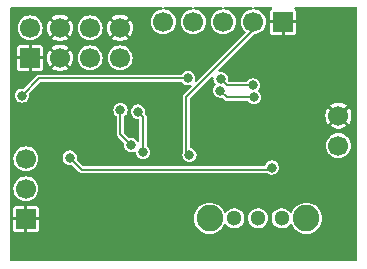
<source format=gbr>
%TF.GenerationSoftware,KiCad,Pcbnew,7.0.5*%
%TF.CreationDate,2024-01-14T18:06:27+01:00*%
%TF.ProjectId,rc_hotwheels,72635f68-6f74-4776-9865-656c732e6b69,rev?*%
%TF.SameCoordinates,Original*%
%TF.FileFunction,Copper,L2,Bot*%
%TF.FilePolarity,Positive*%
%FSLAX46Y46*%
G04 Gerber Fmt 4.6, Leading zero omitted, Abs format (unit mm)*
G04 Created by KiCad (PCBNEW 7.0.5) date 2024-01-14 18:06:27*
%MOMM*%
%LPD*%
G01*
G04 APERTURE LIST*
%TA.AperFunction,ComponentPad*%
%ADD10R,1.700000X1.700000*%
%TD*%
%TA.AperFunction,ComponentPad*%
%ADD11C,1.700000*%
%TD*%
%TA.AperFunction,ComponentPad*%
%ADD12C,1.300000*%
%TD*%
%TA.AperFunction,ComponentPad*%
%ADD13C,2.250000*%
%TD*%
%TA.AperFunction,ViaPad*%
%ADD14C,0.800000*%
%TD*%
%TA.AperFunction,Conductor*%
%ADD15C,0.200000*%
%TD*%
G04 APERTURE END LIST*
D10*
%TO.P,ST,1*%
%TO.N,GND*%
X81584800Y-35229800D03*
D11*
%TO.P,ST,2*%
%TO.N,RST*%
X79044800Y-35229800D03*
%TO.P,ST,3*%
%TO.N,VR_OUT*%
X76504800Y-35229800D03*
%TO.P,ST,4*%
%TO.N,SYS_SWCLK*%
X73964800Y-35229800D03*
%TO.P,ST,5*%
%TO.N,SYS_SWDIO*%
X71424800Y-35229800D03*
%TD*%
%TO.P,SM1,1,PWM*%
%TO.N,PWM*%
X59791600Y-46837600D03*
%TO.P,SM1,2,+*%
%TO.N,VCC*%
X59791600Y-49377600D03*
D10*
%TO.P,SM1,3,-*%
%TO.N,GND*%
X59791600Y-51917600D03*
%TD*%
D11*
%TO.P,BT1,1,+*%
%TO.N,Net-(BT1-+)*%
X86251605Y-45720000D03*
%TO.P,BT1,2,-*%
%TO.N,GND*%
X86251605Y-43180000D03*
%TD*%
D10*
%TO.P,U3,1,GND*%
%TO.N,GND*%
X60143920Y-38287797D03*
D11*
%TO.P,U3,2,VCC*%
%TO.N,VR_OUT*%
X60143920Y-35747797D03*
%TO.P,U3,3,CE*%
%TO.N,GND*%
X62683920Y-38287797D03*
%TO.P,U3,4,~{CSN}*%
X62683920Y-35747797D03*
%TO.P,U3,5,SCK*%
%TO.N,SCK*%
X65223920Y-38287797D03*
%TO.P,U3,6,MOSI*%
%TO.N,MOSI*%
X65223920Y-35747797D03*
%TO.P,U3,7,MISO*%
%TO.N,MISO*%
X67763920Y-38287797D03*
%TO.P,U3,8,IRQ*%
%TO.N,GND*%
X67763920Y-35747797D03*
%TD*%
D12*
%TO.P,S1,1,1*%
%TO.N,VCC*%
X77443517Y-51874862D03*
%TO.P,S1,2,2*%
%TO.N,Net-(BT1-+)*%
X79443517Y-51874862D03*
%TO.P,S1,3,3*%
%TO.N,Net-(S3-BATT+)*%
X81443517Y-51874862D03*
D13*
%TO.P,S1,4*%
%TO.N,N/C*%
X75343517Y-51874862D03*
%TO.P,S1,5*%
X83543517Y-51874862D03*
%TD*%
D14*
%TO.N,PWM*%
X59461400Y-41478200D03*
X73520265Y-40021520D03*
%TO.N,SYS_SWDIO*%
X68720000Y-45690000D03*
X67800000Y-42700000D03*
%TO.N,SYS_SWCLK*%
X69710000Y-46280000D03*
X69260500Y-42840000D03*
%TO.N,Motor Forward*%
X76276200Y-40055800D03*
X78992640Y-40620812D03*
%TO.N,Motor Reverse*%
X76247654Y-41054895D03*
X79108428Y-41613585D03*
%TO.N,Motor Speed*%
X63500000Y-46736000D03*
X80619600Y-47574200D03*
%TO.N,GND*%
X75742800Y-42367200D03*
X72775806Y-49682142D03*
X83489800Y-46165100D03*
X86110000Y-48000000D03*
X63087710Y-49610485D03*
%TO.N,RST*%
X73638567Y-46525827D03*
%TD*%
D15*
%TO.N,PWM*%
X59461400Y-41478200D02*
X60918080Y-40021520D01*
X60918080Y-40021520D02*
X73520265Y-40021520D01*
%TO.N,SYS_SWDIO*%
X67800000Y-44770000D02*
X68720000Y-45690000D01*
X67800000Y-42700000D02*
X67800000Y-44770000D01*
%TO.N,SYS_SWCLK*%
X69710000Y-43289500D02*
X69710000Y-46280000D01*
X69260500Y-42840000D02*
X69710000Y-43289500D01*
%TO.N,Motor Forward*%
X76841212Y-40620812D02*
X78992640Y-40620812D01*
X76276200Y-40055800D02*
X76841212Y-40620812D01*
%TO.N,Motor Reverse*%
X76806344Y-41613585D02*
X79108428Y-41613585D01*
X76247654Y-41054895D02*
X76806344Y-41613585D01*
%TO.N,Motor Speed*%
X64516000Y-47752000D02*
X63500000Y-46736000D01*
X80619600Y-47574200D02*
X80441800Y-47752000D01*
X80441800Y-47752000D02*
X64516000Y-47752000D01*
%TO.N,RST*%
X79044800Y-35229800D02*
X79044800Y-35941000D01*
X73380600Y-46267860D02*
X73638567Y-46525827D01*
X79044800Y-35941000D02*
X73380600Y-41605200D01*
X73380600Y-41605200D02*
X73380600Y-46267860D01*
%TD*%
%TA.AperFunction,Conductor*%
%TO.N,GND*%
G36*
X71338185Y-34008907D02*
G01*
X71374149Y-34058407D01*
X71374149Y-34119593D01*
X71338185Y-34169093D01*
X71289698Y-34187523D01*
X71218870Y-34194498D01*
X71218865Y-34194499D01*
X71020845Y-34254568D01*
X70838347Y-34352116D01*
X70678395Y-34483385D01*
X70678385Y-34483395D01*
X70547116Y-34643347D01*
X70449568Y-34825845D01*
X70389499Y-35023865D01*
X70389498Y-35023870D01*
X70369217Y-35229796D01*
X70369217Y-35229803D01*
X70389498Y-35435729D01*
X70389499Y-35435734D01*
X70449568Y-35633754D01*
X70547116Y-35816252D01*
X70657525Y-35950786D01*
X70678390Y-35976210D01*
X70678395Y-35976214D01*
X70838347Y-36107483D01*
X70838348Y-36107483D01*
X70838350Y-36107485D01*
X71020846Y-36205032D01*
X71158796Y-36246878D01*
X71218865Y-36265100D01*
X71218870Y-36265101D01*
X71424797Y-36285383D01*
X71424800Y-36285383D01*
X71424803Y-36285383D01*
X71630729Y-36265101D01*
X71630734Y-36265100D01*
X71647411Y-36260041D01*
X71828754Y-36205032D01*
X72011250Y-36107485D01*
X72171210Y-35976210D01*
X72302485Y-35816250D01*
X72400032Y-35633754D01*
X72460100Y-35435734D01*
X72460101Y-35435729D01*
X72480383Y-35229803D01*
X72480383Y-35229796D01*
X72460101Y-35023870D01*
X72460100Y-35023865D01*
X72413460Y-34870113D01*
X72400032Y-34825846D01*
X72302485Y-34643350D01*
X72171210Y-34483390D01*
X72171204Y-34483385D01*
X72011252Y-34352116D01*
X71828754Y-34254568D01*
X71630734Y-34194499D01*
X71630729Y-34194498D01*
X71559902Y-34187523D01*
X71503845Y-34163003D01*
X71472906Y-34110217D01*
X71478903Y-34049326D01*
X71519546Y-34003589D01*
X71569606Y-33990000D01*
X73819994Y-33990000D01*
X73878185Y-34008907D01*
X73914149Y-34058407D01*
X73914149Y-34119593D01*
X73878185Y-34169093D01*
X73829698Y-34187523D01*
X73758870Y-34194498D01*
X73758865Y-34194499D01*
X73560845Y-34254568D01*
X73378347Y-34352116D01*
X73218395Y-34483385D01*
X73218385Y-34483395D01*
X73087116Y-34643347D01*
X72989568Y-34825845D01*
X72929499Y-35023865D01*
X72929498Y-35023870D01*
X72909217Y-35229796D01*
X72909217Y-35229803D01*
X72929498Y-35435729D01*
X72929499Y-35435734D01*
X72989568Y-35633754D01*
X73087116Y-35816252D01*
X73197525Y-35950786D01*
X73218390Y-35976210D01*
X73218395Y-35976214D01*
X73378347Y-36107483D01*
X73378348Y-36107483D01*
X73378350Y-36107485D01*
X73560846Y-36205032D01*
X73698796Y-36246878D01*
X73758865Y-36265100D01*
X73758870Y-36265101D01*
X73964797Y-36285383D01*
X73964800Y-36285383D01*
X73964803Y-36285383D01*
X74170729Y-36265101D01*
X74170734Y-36265100D01*
X74187411Y-36260041D01*
X74368754Y-36205032D01*
X74551250Y-36107485D01*
X74711210Y-35976210D01*
X74842485Y-35816250D01*
X74940032Y-35633754D01*
X75000100Y-35435734D01*
X75000101Y-35435729D01*
X75020383Y-35229803D01*
X75020383Y-35229796D01*
X75000101Y-35023870D01*
X75000100Y-35023865D01*
X74953460Y-34870113D01*
X74940032Y-34825846D01*
X74842485Y-34643350D01*
X74711210Y-34483390D01*
X74711204Y-34483385D01*
X74551252Y-34352116D01*
X74368754Y-34254568D01*
X74170734Y-34194499D01*
X74170729Y-34194498D01*
X74099902Y-34187523D01*
X74043845Y-34163003D01*
X74012906Y-34110217D01*
X74018903Y-34049326D01*
X74059546Y-34003589D01*
X74109606Y-33990000D01*
X76359994Y-33990000D01*
X76418185Y-34008907D01*
X76454149Y-34058407D01*
X76454149Y-34119593D01*
X76418185Y-34169093D01*
X76369698Y-34187523D01*
X76298870Y-34194498D01*
X76298865Y-34194499D01*
X76100845Y-34254568D01*
X75918347Y-34352116D01*
X75758395Y-34483385D01*
X75758385Y-34483395D01*
X75627116Y-34643347D01*
X75529568Y-34825845D01*
X75469499Y-35023865D01*
X75469498Y-35023870D01*
X75449217Y-35229796D01*
X75449217Y-35229803D01*
X75469498Y-35435729D01*
X75469499Y-35435734D01*
X75529568Y-35633754D01*
X75627116Y-35816252D01*
X75737525Y-35950786D01*
X75758390Y-35976210D01*
X75758395Y-35976214D01*
X75918347Y-36107483D01*
X75918348Y-36107483D01*
X75918350Y-36107485D01*
X76100846Y-36205032D01*
X76238796Y-36246878D01*
X76298865Y-36265100D01*
X76298870Y-36265101D01*
X76504797Y-36285383D01*
X76504800Y-36285383D01*
X76504803Y-36285383D01*
X76710729Y-36265101D01*
X76710734Y-36265100D01*
X76727411Y-36260041D01*
X76908754Y-36205032D01*
X77091250Y-36107485D01*
X77251210Y-35976210D01*
X77382485Y-35816250D01*
X77480032Y-35633754D01*
X77540100Y-35435734D01*
X77540101Y-35435729D01*
X77560383Y-35229803D01*
X77560383Y-35229796D01*
X77540101Y-35023870D01*
X77540100Y-35023865D01*
X77493460Y-34870113D01*
X77480032Y-34825846D01*
X77382485Y-34643350D01*
X77251210Y-34483390D01*
X77251204Y-34483385D01*
X77091252Y-34352116D01*
X76908754Y-34254568D01*
X76710734Y-34194499D01*
X76710729Y-34194498D01*
X76639902Y-34187523D01*
X76583845Y-34163003D01*
X76552906Y-34110217D01*
X76558903Y-34049326D01*
X76599546Y-34003589D01*
X76649606Y-33990000D01*
X78899994Y-33990000D01*
X78958185Y-34008907D01*
X78994149Y-34058407D01*
X78994149Y-34119593D01*
X78958185Y-34169093D01*
X78909698Y-34187523D01*
X78838870Y-34194498D01*
X78838865Y-34194499D01*
X78640845Y-34254568D01*
X78458347Y-34352116D01*
X78298395Y-34483385D01*
X78298385Y-34483395D01*
X78167116Y-34643347D01*
X78069568Y-34825845D01*
X78009499Y-35023865D01*
X78009498Y-35023870D01*
X77989217Y-35229796D01*
X77989217Y-35229803D01*
X78009498Y-35435729D01*
X78009499Y-35435734D01*
X78069568Y-35633754D01*
X78167116Y-35816252D01*
X78298392Y-35976212D01*
X78371162Y-36035933D01*
X78404149Y-36087464D01*
X78400547Y-36148543D01*
X78378361Y-36182465D01*
X74261205Y-40299622D01*
X74206688Y-40327399D01*
X74146256Y-40317828D01*
X74102991Y-40274563D01*
X74093420Y-40214131D01*
X74099736Y-40191734D01*
X74105309Y-40178282D01*
X74125947Y-40021520D01*
X74105309Y-39864758D01*
X74046978Y-39723934D01*
X74044802Y-39718681D01*
X74044802Y-39718680D01*
X73948551Y-39593243D01*
X73948550Y-39593242D01*
X73948547Y-39593238D01*
X73948542Y-39593234D01*
X73948541Y-39593233D01*
X73823103Y-39496982D01*
X73677031Y-39436477D01*
X73677023Y-39436475D01*
X73520266Y-39415838D01*
X73520264Y-39415838D01*
X73363506Y-39436475D01*
X73363498Y-39436477D01*
X73217426Y-39496982D01*
X73217425Y-39496982D01*
X73091988Y-39593233D01*
X73091978Y-39593243D01*
X73023653Y-39682287D01*
X72973228Y-39716943D01*
X72945111Y-39721020D01*
X60983245Y-39721020D01*
X60969569Y-39718787D01*
X60969398Y-39720014D01*
X60960314Y-39718746D01*
X60919967Y-39720612D01*
X60912287Y-39720967D01*
X60910011Y-39721020D01*
X60890233Y-39721020D01*
X60886738Y-39721673D01*
X60879925Y-39722463D01*
X60848091Y-39723934D01*
X60848087Y-39723935D01*
X60839093Y-39727906D01*
X60817308Y-39734652D01*
X60807651Y-39736457D01*
X60807645Y-39736460D01*
X60780545Y-39753238D01*
X60774476Y-39756437D01*
X60745318Y-39769312D01*
X60745311Y-39769316D01*
X60738366Y-39776262D01*
X60720486Y-39790425D01*
X60712128Y-39795600D01*
X60692919Y-39821035D01*
X60688415Y-39826212D01*
X59655608Y-40859019D01*
X59601091Y-40886796D01*
X59572682Y-40887168D01*
X59461401Y-40872518D01*
X59461399Y-40872518D01*
X59304641Y-40893155D01*
X59304633Y-40893157D01*
X59158561Y-40953662D01*
X59158560Y-40953662D01*
X59033123Y-41049913D01*
X59033113Y-41049923D01*
X58936862Y-41175360D01*
X58936862Y-41175361D01*
X58876357Y-41321433D01*
X58876355Y-41321441D01*
X58855718Y-41478199D01*
X58855718Y-41478200D01*
X58876355Y-41634958D01*
X58876357Y-41634966D01*
X58936862Y-41781038D01*
X58936862Y-41781039D01*
X59033113Y-41906476D01*
X59033118Y-41906482D01*
X59158559Y-42002736D01*
X59304638Y-42063244D01*
X59422209Y-42078722D01*
X59461399Y-42083882D01*
X59461400Y-42083882D01*
X59461401Y-42083882D01*
X59492752Y-42079754D01*
X59618162Y-42063244D01*
X59764241Y-42002736D01*
X59889682Y-41906482D01*
X59985936Y-41781041D01*
X60046444Y-41634962D01*
X60067082Y-41478200D01*
X60052431Y-41366914D01*
X60063581Y-41306754D01*
X60080581Y-41283989D01*
X61013557Y-40351016D01*
X61068073Y-40323239D01*
X61083560Y-40322020D01*
X72945111Y-40322020D01*
X73003302Y-40340927D01*
X73023653Y-40360753D01*
X73091983Y-40449802D01*
X73217424Y-40546056D01*
X73363503Y-40606564D01*
X73471728Y-40620812D01*
X73520264Y-40627202D01*
X73520265Y-40627202D01*
X73520266Y-40627202D01*
X73568802Y-40620812D01*
X73677027Y-40606564D01*
X73690476Y-40600992D01*
X73751471Y-40596191D01*
X73803641Y-40628159D01*
X73827058Y-40684686D01*
X73812776Y-40744181D01*
X73798367Y-40762460D01*
X73214190Y-41346637D01*
X73202961Y-41354750D01*
X73203690Y-41355715D01*
X73196371Y-41361241D01*
X73163972Y-41396780D01*
X73162396Y-41398431D01*
X73148430Y-41412398D01*
X73148417Y-41412413D01*
X73146413Y-41415338D01*
X73142161Y-41420704D01*
X73120684Y-41444265D01*
X73120683Y-41444267D01*
X73117129Y-41453440D01*
X73106496Y-41473612D01*
X73100946Y-41481715D01*
X73100942Y-41481724D01*
X73093645Y-41512745D01*
X73091616Y-41519298D01*
X73080100Y-41549024D01*
X73080100Y-41558851D01*
X73077470Y-41581518D01*
X73075221Y-41591079D01*
X73079625Y-41622652D01*
X73080100Y-41629498D01*
X73080100Y-46202695D01*
X73077880Y-46216373D01*
X73079094Y-46216543D01*
X73077826Y-46225626D01*
X73080047Y-46273643D01*
X73080100Y-46275929D01*
X73080100Y-46285209D01*
X73072565Y-46323093D01*
X73053522Y-46369067D01*
X73032885Y-46525826D01*
X73032885Y-46525827D01*
X73053522Y-46682585D01*
X73053524Y-46682593D01*
X73114029Y-46828665D01*
X73114029Y-46828666D01*
X73163215Y-46892766D01*
X73210285Y-46954109D01*
X73335726Y-47050363D01*
X73481805Y-47110871D01*
X73599376Y-47126349D01*
X73638566Y-47131509D01*
X73638567Y-47131509D01*
X73638568Y-47131509D01*
X73669919Y-47127381D01*
X73795329Y-47110871D01*
X73941408Y-47050363D01*
X74066849Y-46954109D01*
X74163103Y-46828668D01*
X74223611Y-46682589D01*
X74244249Y-46525827D01*
X74223611Y-46369065D01*
X74163104Y-46222988D01*
X74163104Y-46222987D01*
X74066853Y-46097550D01*
X74066852Y-46097549D01*
X74066849Y-46097545D01*
X74066844Y-46097541D01*
X74066843Y-46097540D01*
X73941405Y-46001289D01*
X73795329Y-45940783D01*
X73795330Y-45940783D01*
X73767176Y-45937076D01*
X73711951Y-45910734D01*
X73682757Y-45856962D01*
X73681100Y-45838923D01*
X73681100Y-45720003D01*
X85196022Y-45720003D01*
X85216303Y-45925929D01*
X85216304Y-45925934D01*
X85276373Y-46123954D01*
X85373921Y-46306452D01*
X85480867Y-46436766D01*
X85505195Y-46466410D01*
X85505200Y-46466414D01*
X85665152Y-46597683D01*
X85665153Y-46597683D01*
X85665155Y-46597685D01*
X85847651Y-46695232D01*
X85982043Y-46735999D01*
X86045670Y-46755300D01*
X86045675Y-46755301D01*
X86251602Y-46775583D01*
X86251605Y-46775583D01*
X86251608Y-46775583D01*
X86457534Y-46755301D01*
X86457539Y-46755300D01*
X86457539Y-46755299D01*
X86655559Y-46695232D01*
X86838055Y-46597685D01*
X86998015Y-46466410D01*
X87129290Y-46306450D01*
X87226837Y-46123954D01*
X87286905Y-45925934D01*
X87286906Y-45925929D01*
X87307188Y-45720003D01*
X87307188Y-45719996D01*
X87286906Y-45514070D01*
X87286905Y-45514065D01*
X87253716Y-45404655D01*
X87226837Y-45316046D01*
X87129290Y-45133550D01*
X87105824Y-45104957D01*
X86998019Y-44973595D01*
X86998015Y-44973590D01*
X86978815Y-44957833D01*
X86838057Y-44842316D01*
X86655559Y-44744768D01*
X86457539Y-44684699D01*
X86457534Y-44684698D01*
X86251608Y-44664417D01*
X86251602Y-44664417D01*
X86045675Y-44684698D01*
X86045670Y-44684699D01*
X85847650Y-44744768D01*
X85665152Y-44842316D01*
X85505200Y-44973585D01*
X85505190Y-44973595D01*
X85373921Y-45133547D01*
X85276373Y-45316045D01*
X85216304Y-45514065D01*
X85216303Y-45514070D01*
X85196022Y-45719996D01*
X85196022Y-45720003D01*
X73681100Y-45720003D01*
X73681100Y-43179999D01*
X85146892Y-43179999D01*
X85165702Y-43382989D01*
X85221492Y-43579070D01*
X85312355Y-43761548D01*
X85312360Y-43761557D01*
X85390197Y-43864628D01*
X85820620Y-43434204D01*
X85869844Y-43510798D01*
X85978505Y-43604952D01*
X85995615Y-43612765D01*
X85565431Y-44042950D01*
X85585870Y-44061582D01*
X85759186Y-44168895D01*
X85759191Y-44168898D01*
X85949288Y-44242541D01*
X86149675Y-44280000D01*
X86353535Y-44280000D01*
X86553921Y-44242541D01*
X86744018Y-44168898D01*
X86744023Y-44168895D01*
X86917336Y-44061584D01*
X86917341Y-44061580D01*
X86937777Y-44042950D01*
X86507593Y-43612766D01*
X86524705Y-43604952D01*
X86633366Y-43510798D01*
X86682588Y-43434205D01*
X87113013Y-43864630D01*
X87190843Y-43761567D01*
X87190852Y-43761552D01*
X87281717Y-43579070D01*
X87337507Y-43382989D01*
X87356317Y-43179999D01*
X87337507Y-42977010D01*
X87281717Y-42780929D01*
X87190854Y-42598451D01*
X87190849Y-42598442D01*
X87113012Y-42495370D01*
X86682588Y-42925793D01*
X86633366Y-42849202D01*
X86524705Y-42755048D01*
X86507592Y-42747232D01*
X86937777Y-42317048D01*
X86917342Y-42298419D01*
X86917341Y-42298418D01*
X86744023Y-42191104D01*
X86744018Y-42191101D01*
X86553921Y-42117458D01*
X86353535Y-42080000D01*
X86149675Y-42080000D01*
X85949288Y-42117458D01*
X85759191Y-42191101D01*
X85759186Y-42191104D01*
X85585870Y-42298417D01*
X85585865Y-42298421D01*
X85565431Y-42317048D01*
X85995616Y-42747233D01*
X85978505Y-42755048D01*
X85869844Y-42849202D01*
X85820621Y-42925794D01*
X85390197Y-42495370D01*
X85312360Y-42598442D01*
X85312355Y-42598451D01*
X85221492Y-42780929D01*
X85165702Y-42977010D01*
X85146892Y-43179999D01*
X73681100Y-43179999D01*
X73681100Y-41770678D01*
X73700007Y-41712487D01*
X73710090Y-41700680D01*
X75512135Y-39898635D01*
X75566651Y-39870859D01*
X75627083Y-39880430D01*
X75670348Y-39923695D01*
X75680291Y-39981561D01*
X75670518Y-40055798D01*
X75670518Y-40055800D01*
X75691155Y-40212558D01*
X75691157Y-40212566D01*
X75751662Y-40358638D01*
X75751662Y-40358639D01*
X75845908Y-40481464D01*
X75866332Y-40539140D01*
X75848954Y-40597806D01*
X75827637Y-40620270D01*
X75819378Y-40626607D01*
X75819367Y-40626618D01*
X75723116Y-40752055D01*
X75723116Y-40752056D01*
X75662611Y-40898128D01*
X75662609Y-40898136D01*
X75641972Y-41054894D01*
X75641972Y-41054895D01*
X75662609Y-41211653D01*
X75662611Y-41211661D01*
X75723116Y-41357733D01*
X75723116Y-41357734D01*
X75815552Y-41478199D01*
X75819372Y-41483177D01*
X75944813Y-41579431D01*
X75944814Y-41579431D01*
X75944815Y-41579432D01*
X76065685Y-41629498D01*
X76090892Y-41639939D01*
X76208463Y-41655417D01*
X76247653Y-41660577D01*
X76247654Y-41660577D01*
X76358938Y-41645926D01*
X76419097Y-41657076D01*
X76441863Y-41674075D01*
X76547780Y-41779992D01*
X76555881Y-41791232D01*
X76556860Y-41790494D01*
X76562388Y-41797815D01*
X76597913Y-41830201D01*
X76599567Y-41831780D01*
X76613545Y-41845757D01*
X76613547Y-41845759D01*
X76616472Y-41847763D01*
X76621849Y-41852022D01*
X76645408Y-41873499D01*
X76645409Y-41873499D01*
X76645411Y-41873501D01*
X76654569Y-41877048D01*
X76674756Y-41887688D01*
X76682863Y-41893242D01*
X76713896Y-41900540D01*
X76720439Y-41902567D01*
X76750171Y-41914085D01*
X76759996Y-41914085D01*
X76782660Y-41916714D01*
X76792225Y-41918964D01*
X76816838Y-41915530D01*
X76823797Y-41914560D01*
X76830643Y-41914085D01*
X78533274Y-41914085D01*
X78591465Y-41932992D01*
X78611816Y-41952818D01*
X78680141Y-42041861D01*
X78680146Y-42041867D01*
X78805587Y-42138121D01*
X78951666Y-42198629D01*
X79069237Y-42214107D01*
X79108427Y-42219267D01*
X79108428Y-42219267D01*
X79108429Y-42219267D01*
X79139780Y-42215139D01*
X79265190Y-42198629D01*
X79411269Y-42138121D01*
X79536710Y-42041867D01*
X79632964Y-41916426D01*
X79693472Y-41770347D01*
X79714110Y-41613585D01*
X79693472Y-41456823D01*
X79651192Y-41354750D01*
X79632965Y-41310746D01*
X79632965Y-41310745D01*
X79536714Y-41185308D01*
X79536713Y-41185307D01*
X79536710Y-41185303D01*
X79536705Y-41185299D01*
X79536704Y-41185298D01*
X79476590Y-41139171D01*
X79441934Y-41088746D01*
X79443536Y-41027582D01*
X79458315Y-41000362D01*
X79517176Y-40923653D01*
X79577684Y-40777574D01*
X79598322Y-40620812D01*
X79577684Y-40464050D01*
X79517177Y-40317973D01*
X79517177Y-40317972D01*
X79420926Y-40192535D01*
X79420925Y-40192534D01*
X79420922Y-40192530D01*
X79420917Y-40192526D01*
X79420916Y-40192525D01*
X79295478Y-40096274D01*
X79149406Y-40035769D01*
X79149398Y-40035767D01*
X78992641Y-40015130D01*
X78992639Y-40015130D01*
X78835881Y-40035767D01*
X78835873Y-40035769D01*
X78689801Y-40096274D01*
X78689800Y-40096274D01*
X78564363Y-40192525D01*
X78564353Y-40192535D01*
X78496028Y-40281579D01*
X78445603Y-40316235D01*
X78417486Y-40320312D01*
X77006691Y-40320312D01*
X76948500Y-40301405D01*
X76936687Y-40291316D01*
X76895380Y-40250009D01*
X76867603Y-40195492D01*
X76867231Y-40167083D01*
X76876554Y-40096274D01*
X76881882Y-40055800D01*
X76861244Y-39899038D01*
X76861242Y-39899033D01*
X76800737Y-39752961D01*
X76800737Y-39752960D01*
X76704486Y-39627523D01*
X76704485Y-39627522D01*
X76704482Y-39627518D01*
X76704477Y-39627514D01*
X76704476Y-39627513D01*
X76579038Y-39531262D01*
X76432966Y-39470757D01*
X76432958Y-39470755D01*
X76276201Y-39450118D01*
X76276198Y-39450118D01*
X76201960Y-39459891D01*
X76141800Y-39448741D01*
X76099683Y-39404358D01*
X76091697Y-39343696D01*
X76119033Y-39291737D01*
X79109146Y-36301623D01*
X79163661Y-36273848D01*
X79169446Y-36273106D01*
X79250727Y-36265101D01*
X79250734Y-36265100D01*
X79267411Y-36260041D01*
X79448754Y-36205032D01*
X79631250Y-36107485D01*
X79791210Y-35976210D01*
X79922485Y-35816250D01*
X80020032Y-35633754D01*
X80080100Y-35435734D01*
X80080101Y-35435729D01*
X80100383Y-35229803D01*
X80100383Y-35229796D01*
X80080101Y-35023870D01*
X80080100Y-35023865D01*
X80033460Y-34870113D01*
X80020032Y-34825846D01*
X79922485Y-34643350D01*
X79791210Y-34483390D01*
X79791204Y-34483385D01*
X79631252Y-34352116D01*
X79448754Y-34254568D01*
X79250734Y-34194499D01*
X79250729Y-34194498D01*
X79179902Y-34187523D01*
X79123845Y-34163003D01*
X79092906Y-34110217D01*
X79098903Y-34049326D01*
X79139546Y-34003589D01*
X79189606Y-33990000D01*
X80541829Y-33990000D01*
X80600020Y-34008907D01*
X80635984Y-34058407D01*
X80635984Y-34119593D01*
X80600020Y-34169093D01*
X80596831Y-34171315D01*
X80554563Y-34199557D01*
X80554558Y-34199562D01*
X80499307Y-34282251D01*
X80499306Y-34282253D01*
X80484800Y-34355175D01*
X80484800Y-35104799D01*
X80484801Y-35104800D01*
X81100395Y-35104800D01*
X81084800Y-35157911D01*
X81084800Y-35301689D01*
X81100395Y-35354800D01*
X80484801Y-35354800D01*
X80484800Y-35354801D01*
X80484800Y-36104424D01*
X80499306Y-36177346D01*
X80499307Y-36177348D01*
X80554558Y-36260037D01*
X80554562Y-36260041D01*
X80637251Y-36315292D01*
X80637253Y-36315293D01*
X80710175Y-36329799D01*
X80710177Y-36329800D01*
X81459799Y-36329800D01*
X81459800Y-36329799D01*
X81459800Y-35716969D01*
X81549037Y-35729800D01*
X81620563Y-35729800D01*
X81709800Y-35716969D01*
X81709800Y-36329799D01*
X81709801Y-36329800D01*
X82459423Y-36329800D01*
X82459424Y-36329799D01*
X82532346Y-36315293D01*
X82532348Y-36315292D01*
X82615037Y-36260041D01*
X82615041Y-36260037D01*
X82670292Y-36177348D01*
X82670293Y-36177346D01*
X82684799Y-36104424D01*
X82684800Y-36104422D01*
X82684800Y-35354801D01*
X82684799Y-35354800D01*
X82069205Y-35354800D01*
X82084800Y-35301689D01*
X82084800Y-35157911D01*
X82069205Y-35104800D01*
X82684799Y-35104800D01*
X82684800Y-35104799D01*
X82684800Y-34355177D01*
X82684799Y-34355175D01*
X82670293Y-34282253D01*
X82670292Y-34282251D01*
X82615041Y-34199562D01*
X82615036Y-34199557D01*
X82572769Y-34171315D01*
X82534890Y-34123265D01*
X82532488Y-34062127D01*
X82566481Y-34011253D01*
X82623885Y-33990076D01*
X82627771Y-33990000D01*
X87741000Y-33990000D01*
X87799191Y-34008907D01*
X87835155Y-34058407D01*
X87840000Y-34089000D01*
X87840000Y-55421000D01*
X87821093Y-55479191D01*
X87771593Y-55515155D01*
X87741000Y-55520000D01*
X58539000Y-55520000D01*
X58480809Y-55501093D01*
X58444845Y-55451593D01*
X58440000Y-55421000D01*
X58440000Y-52792224D01*
X58691600Y-52792224D01*
X58706106Y-52865146D01*
X58706107Y-52865148D01*
X58761358Y-52947837D01*
X58761362Y-52947841D01*
X58844051Y-53003092D01*
X58844053Y-53003093D01*
X58916975Y-53017599D01*
X58916977Y-53017600D01*
X59666599Y-53017600D01*
X59666599Y-52404769D01*
X59755837Y-52417600D01*
X59827363Y-52417600D01*
X59916600Y-52404769D01*
X59916600Y-53017599D01*
X59916601Y-53017600D01*
X60666223Y-53017600D01*
X60666224Y-53017599D01*
X60739146Y-53003093D01*
X60739148Y-53003092D01*
X60821837Y-52947841D01*
X60821841Y-52947837D01*
X60877092Y-52865148D01*
X60877093Y-52865146D01*
X60891599Y-52792224D01*
X60891600Y-52792222D01*
X60891600Y-52042601D01*
X60891599Y-52042600D01*
X60276005Y-52042600D01*
X60291600Y-51989489D01*
X60291600Y-51874865D01*
X74012954Y-51874865D01*
X74033166Y-52105904D01*
X74033167Y-52105911D01*
X74033168Y-52105912D01*
X74093197Y-52329941D01*
X74134073Y-52417600D01*
X74191215Y-52540142D01*
X74320907Y-52725362D01*
X74324247Y-52730131D01*
X74488248Y-52894132D01*
X74678235Y-53027163D01*
X74888438Y-53125182D01*
X75112467Y-53185211D01*
X75112471Y-53185211D01*
X75112474Y-53185212D01*
X75343514Y-53205425D01*
X75343517Y-53205425D01*
X75343520Y-53205425D01*
X75574559Y-53185212D01*
X75574560Y-53185211D01*
X75574567Y-53185211D01*
X75798596Y-53125182D01*
X76008799Y-53027163D01*
X76198786Y-52894132D01*
X76362787Y-52730131D01*
X76495818Y-52540144D01*
X76571705Y-52377402D01*
X76613431Y-52332657D01*
X76673492Y-52320982D01*
X76728945Y-52346840D01*
X76747163Y-52369742D01*
X76751658Y-52377527D01*
X76751660Y-52377529D01*
X76871282Y-52510383D01*
X76871288Y-52510389D01*
X77015919Y-52615471D01*
X77015929Y-52615477D01*
X77179243Y-52688188D01*
X77179250Y-52688191D01*
X77354126Y-52725362D01*
X77354129Y-52725362D01*
X77532905Y-52725362D01*
X77532908Y-52725362D01*
X77707784Y-52688191D01*
X77789447Y-52651832D01*
X77871104Y-52615477D01*
X77871106Y-52615475D01*
X77871110Y-52615474D01*
X78015747Y-52510388D01*
X78135376Y-52377527D01*
X78224767Y-52222697D01*
X78280014Y-52052665D01*
X78298702Y-51874862D01*
X78588332Y-51874862D01*
X78605962Y-52042601D01*
X78607021Y-52052670D01*
X78662265Y-52222692D01*
X78662271Y-52222706D01*
X78723528Y-52328804D01*
X78751658Y-52377527D01*
X78751660Y-52377529D01*
X78871282Y-52510383D01*
X78871288Y-52510389D01*
X79015919Y-52615471D01*
X79015929Y-52615477D01*
X79179243Y-52688188D01*
X79179250Y-52688191D01*
X79354126Y-52725362D01*
X79354129Y-52725362D01*
X79532905Y-52725362D01*
X79532908Y-52725362D01*
X79707784Y-52688191D01*
X79789447Y-52651832D01*
X79871104Y-52615477D01*
X79871106Y-52615475D01*
X79871110Y-52615474D01*
X80015747Y-52510388D01*
X80135376Y-52377527D01*
X80224767Y-52222697D01*
X80280014Y-52052665D01*
X80298702Y-51874862D01*
X80588332Y-51874862D01*
X80605962Y-52042601D01*
X80607021Y-52052670D01*
X80662265Y-52222692D01*
X80662271Y-52222706D01*
X80723528Y-52328804D01*
X80751658Y-52377527D01*
X80751660Y-52377529D01*
X80871282Y-52510383D01*
X80871288Y-52510389D01*
X81015919Y-52615471D01*
X81015929Y-52615477D01*
X81179243Y-52688188D01*
X81179250Y-52688191D01*
X81354126Y-52725362D01*
X81354129Y-52725362D01*
X81532905Y-52725362D01*
X81532908Y-52725362D01*
X81707784Y-52688191D01*
X81789447Y-52651832D01*
X81871104Y-52615477D01*
X81871106Y-52615475D01*
X81871110Y-52615474D01*
X82015747Y-52510388D01*
X82135376Y-52377527D01*
X82139868Y-52369745D01*
X82185335Y-52328804D01*
X82246185Y-52322407D01*
X82299174Y-52352998D01*
X82315330Y-52377405D01*
X82391215Y-52540142D01*
X82520907Y-52725362D01*
X82524247Y-52730131D01*
X82688248Y-52894132D01*
X82878235Y-53027163D01*
X83088438Y-53125182D01*
X83312467Y-53185211D01*
X83312471Y-53185211D01*
X83312474Y-53185212D01*
X83543514Y-53205425D01*
X83543517Y-53205425D01*
X83543520Y-53205425D01*
X83774559Y-53185212D01*
X83774560Y-53185211D01*
X83774567Y-53185211D01*
X83998596Y-53125182D01*
X84208799Y-53027163D01*
X84398786Y-52894132D01*
X84562787Y-52730131D01*
X84695818Y-52540144D01*
X84793837Y-52329941D01*
X84853866Y-52105912D01*
X84858525Y-52052665D01*
X84874080Y-51874865D01*
X84874080Y-51874858D01*
X84853867Y-51643819D01*
X84853866Y-51643816D01*
X84853866Y-51643812D01*
X84793837Y-51419783D01*
X84695818Y-51209581D01*
X84562787Y-51019593D01*
X84398786Y-50855592D01*
X84398782Y-50855589D01*
X84398781Y-50855588D01*
X84293382Y-50781787D01*
X84208799Y-50722561D01*
X83998596Y-50624542D01*
X83774567Y-50564513D01*
X83774566Y-50564512D01*
X83774559Y-50564511D01*
X83543520Y-50544299D01*
X83543514Y-50544299D01*
X83312474Y-50564511D01*
X83312466Y-50564513D01*
X83312467Y-50564513D01*
X83088438Y-50624542D01*
X82990419Y-50670248D01*
X82878237Y-50722560D01*
X82688252Y-50855588D01*
X82524243Y-51019597D01*
X82391214Y-51209583D01*
X82391210Y-51209591D01*
X82315329Y-51372318D01*
X82273601Y-51417066D01*
X82213540Y-51428741D01*
X82158087Y-51402883D01*
X82139869Y-51379979D01*
X82139490Y-51379323D01*
X82135376Y-51372197D01*
X82015747Y-51239336D01*
X82015745Y-51239334D01*
X81871114Y-51134252D01*
X81871104Y-51134246D01*
X81707790Y-51061535D01*
X81707785Y-51061533D01*
X81707784Y-51061533D01*
X81707781Y-51061532D01*
X81707780Y-51061532D01*
X81674518Y-51054462D01*
X81532908Y-51024362D01*
X81354126Y-51024362D01*
X81242615Y-51048064D01*
X81179253Y-51061532D01*
X81179247Y-51061534D01*
X81015931Y-51134246D01*
X81015928Y-51134248D01*
X80871282Y-51239339D01*
X80871282Y-51239340D01*
X80751660Y-51372194D01*
X80751656Y-51372200D01*
X80662271Y-51527017D01*
X80662265Y-51527031D01*
X80607021Y-51697053D01*
X80607020Y-51697057D01*
X80607020Y-51697059D01*
X80588332Y-51874862D01*
X80298702Y-51874862D01*
X80280014Y-51697059D01*
X80224767Y-51527027D01*
X80224764Y-51527022D01*
X80224762Y-51527017D01*
X80170434Y-51432920D01*
X80135376Y-51372197D01*
X80015747Y-51239336D01*
X80015745Y-51239334D01*
X79871114Y-51134252D01*
X79871104Y-51134246D01*
X79707790Y-51061535D01*
X79707785Y-51061533D01*
X79707784Y-51061533D01*
X79707781Y-51061532D01*
X79707780Y-51061532D01*
X79674518Y-51054462D01*
X79532908Y-51024362D01*
X79354126Y-51024362D01*
X79242615Y-51048064D01*
X79179253Y-51061532D01*
X79179247Y-51061534D01*
X79015931Y-51134246D01*
X79015928Y-51134248D01*
X78871282Y-51239339D01*
X78871282Y-51239340D01*
X78751660Y-51372194D01*
X78751656Y-51372200D01*
X78662271Y-51527017D01*
X78662265Y-51527031D01*
X78607021Y-51697053D01*
X78607020Y-51697057D01*
X78607020Y-51697059D01*
X78588332Y-51874862D01*
X78298702Y-51874862D01*
X78280014Y-51697059D01*
X78224767Y-51527027D01*
X78224764Y-51527022D01*
X78224762Y-51527017D01*
X78170434Y-51432920D01*
X78135376Y-51372197D01*
X78015747Y-51239336D01*
X78015745Y-51239334D01*
X77871114Y-51134252D01*
X77871104Y-51134246D01*
X77707790Y-51061535D01*
X77707785Y-51061533D01*
X77707784Y-51061533D01*
X77707781Y-51061532D01*
X77707780Y-51061532D01*
X77674518Y-51054462D01*
X77532908Y-51024362D01*
X77354126Y-51024362D01*
X77242615Y-51048064D01*
X77179253Y-51061532D01*
X77179247Y-51061534D01*
X77015931Y-51134246D01*
X77015928Y-51134248D01*
X76871282Y-51239339D01*
X76871282Y-51239340D01*
X76751660Y-51372194D01*
X76751653Y-51372203D01*
X76747161Y-51379984D01*
X76701689Y-51420923D01*
X76640839Y-51427314D01*
X76587853Y-51396718D01*
X76571705Y-51372321D01*
X76495818Y-51209581D01*
X76362787Y-51019593D01*
X76198786Y-50855592D01*
X76198782Y-50855589D01*
X76198781Y-50855588D01*
X76093382Y-50781787D01*
X76008799Y-50722561D01*
X75798596Y-50624542D01*
X75574567Y-50564513D01*
X75574566Y-50564512D01*
X75574559Y-50564511D01*
X75343520Y-50544299D01*
X75343514Y-50544299D01*
X75112474Y-50564511D01*
X75112466Y-50564513D01*
X75112467Y-50564513D01*
X74888438Y-50624542D01*
X74790419Y-50670248D01*
X74678237Y-50722560D01*
X74488252Y-50855588D01*
X74324243Y-51019597D01*
X74191215Y-51209582D01*
X74177339Y-51239340D01*
X74093197Y-51419783D01*
X74064461Y-51527027D01*
X74033166Y-51643819D01*
X74012954Y-51874858D01*
X74012954Y-51874865D01*
X60291600Y-51874865D01*
X60291600Y-51845711D01*
X60276005Y-51792600D01*
X60891599Y-51792600D01*
X60891600Y-51792599D01*
X60891600Y-51042977D01*
X60891599Y-51042975D01*
X60877093Y-50970053D01*
X60877092Y-50970051D01*
X60821841Y-50887362D01*
X60821837Y-50887358D01*
X60739148Y-50832107D01*
X60739146Y-50832106D01*
X60666224Y-50817600D01*
X59916601Y-50817600D01*
X59916600Y-50817601D01*
X59916600Y-51430430D01*
X59827363Y-51417600D01*
X59755837Y-51417600D01*
X59666599Y-51430430D01*
X59666599Y-50817600D01*
X58916975Y-50817600D01*
X58844053Y-50832106D01*
X58844051Y-50832107D01*
X58761362Y-50887358D01*
X58761358Y-50887362D01*
X58706107Y-50970051D01*
X58706106Y-50970053D01*
X58691600Y-51042975D01*
X58691600Y-51792599D01*
X58691601Y-51792600D01*
X59307195Y-51792600D01*
X59291600Y-51845711D01*
X59291600Y-51989489D01*
X59307195Y-52042600D01*
X58691601Y-52042600D01*
X58691600Y-52042601D01*
X58691600Y-52792224D01*
X58440000Y-52792224D01*
X58440000Y-49377603D01*
X58736017Y-49377603D01*
X58756298Y-49583529D01*
X58756299Y-49583534D01*
X58816368Y-49781554D01*
X58913916Y-49964052D01*
X59045185Y-50124004D01*
X59045190Y-50124010D01*
X59045195Y-50124014D01*
X59205147Y-50255283D01*
X59205148Y-50255283D01*
X59205150Y-50255285D01*
X59387646Y-50352832D01*
X59525597Y-50394678D01*
X59585665Y-50412900D01*
X59585670Y-50412901D01*
X59791597Y-50433183D01*
X59791600Y-50433183D01*
X59791603Y-50433183D01*
X59997529Y-50412901D01*
X59997534Y-50412900D01*
X59997533Y-50412899D01*
X60195554Y-50352832D01*
X60378050Y-50255285D01*
X60538010Y-50124010D01*
X60669285Y-49964050D01*
X60766832Y-49781554D01*
X60826900Y-49583534D01*
X60826901Y-49583529D01*
X60847183Y-49377603D01*
X60847183Y-49377596D01*
X60826901Y-49171670D01*
X60826900Y-49171665D01*
X60808678Y-49111596D01*
X60766832Y-48973646D01*
X60669285Y-48791150D01*
X60538010Y-48631190D01*
X60538004Y-48631185D01*
X60378052Y-48499916D01*
X60195554Y-48402368D01*
X59997534Y-48342299D01*
X59997529Y-48342298D01*
X59791603Y-48322017D01*
X59791597Y-48322017D01*
X59585670Y-48342298D01*
X59585665Y-48342299D01*
X59387645Y-48402368D01*
X59205147Y-48499916D01*
X59045195Y-48631185D01*
X59045185Y-48631195D01*
X58913916Y-48791147D01*
X58816368Y-48973645D01*
X58756299Y-49171665D01*
X58756298Y-49171670D01*
X58736017Y-49377596D01*
X58736017Y-49377603D01*
X58440000Y-49377603D01*
X58440000Y-46837603D01*
X58736017Y-46837603D01*
X58756298Y-47043529D01*
X58756299Y-47043534D01*
X58816368Y-47241554D01*
X58913916Y-47424052D01*
X58936442Y-47451500D01*
X59045190Y-47584010D01*
X59045195Y-47584014D01*
X59205147Y-47715283D01*
X59205148Y-47715283D01*
X59205150Y-47715285D01*
X59387646Y-47812832D01*
X59525597Y-47854678D01*
X59585665Y-47872900D01*
X59585670Y-47872901D01*
X59791597Y-47893183D01*
X59791600Y-47893183D01*
X59791603Y-47893183D01*
X59997529Y-47872901D01*
X59997534Y-47872900D01*
X59997533Y-47872899D01*
X60195554Y-47812832D01*
X60378050Y-47715285D01*
X60538010Y-47584010D01*
X60669285Y-47424050D01*
X60766832Y-47241554D01*
X60826900Y-47043534D01*
X60826901Y-47043529D01*
X60847183Y-46837603D01*
X60847183Y-46837596D01*
X60837177Y-46736000D01*
X62894318Y-46736000D01*
X62914955Y-46892758D01*
X62914957Y-46892766D01*
X62975462Y-47038838D01*
X62975462Y-47038839D01*
X63071713Y-47164276D01*
X63071718Y-47164282D01*
X63197159Y-47260536D01*
X63197160Y-47260536D01*
X63197161Y-47260537D01*
X63340896Y-47320074D01*
X63343238Y-47321044D01*
X63460809Y-47336522D01*
X63499999Y-47341682D01*
X63500000Y-47341682D01*
X63611284Y-47327031D01*
X63671443Y-47338181D01*
X63694209Y-47355180D01*
X64257436Y-47918407D01*
X64265537Y-47929647D01*
X64266516Y-47928909D01*
X64272044Y-47936230D01*
X64307569Y-47968616D01*
X64309223Y-47970195D01*
X64323201Y-47984172D01*
X64323203Y-47984174D01*
X64326128Y-47986178D01*
X64331505Y-47990437D01*
X64355064Y-48011914D01*
X64355065Y-48011914D01*
X64355067Y-48011916D01*
X64364225Y-48015463D01*
X64384412Y-48026103D01*
X64392519Y-48031657D01*
X64423552Y-48038955D01*
X64430095Y-48040982D01*
X64459827Y-48052500D01*
X64469652Y-48052500D01*
X64492316Y-48055129D01*
X64501881Y-48057379D01*
X64526494Y-48053945D01*
X64533453Y-48052975D01*
X64540299Y-48052500D01*
X80222898Y-48052500D01*
X80281089Y-48071407D01*
X80283106Y-48072913D01*
X80316759Y-48098736D01*
X80316762Y-48098737D01*
X80316763Y-48098738D01*
X80462833Y-48159242D01*
X80462838Y-48159244D01*
X80580409Y-48174722D01*
X80619599Y-48179882D01*
X80619600Y-48179882D01*
X80619601Y-48179882D01*
X80650952Y-48175754D01*
X80776362Y-48159244D01*
X80922441Y-48098736D01*
X81047882Y-48002482D01*
X81144136Y-47877041D01*
X81204644Y-47730962D01*
X81225282Y-47574200D01*
X81204644Y-47417438D01*
X81164716Y-47321044D01*
X81144137Y-47271361D01*
X81144137Y-47271360D01*
X81047886Y-47145923D01*
X81047885Y-47145922D01*
X81047882Y-47145918D01*
X81047877Y-47145914D01*
X81047876Y-47145913D01*
X80922438Y-47049662D01*
X80776366Y-46989157D01*
X80776358Y-46989155D01*
X80619601Y-46968518D01*
X80619599Y-46968518D01*
X80462841Y-46989155D01*
X80462833Y-46989157D01*
X80316761Y-47049662D01*
X80316760Y-47049662D01*
X80191323Y-47145913D01*
X80191313Y-47145923D01*
X80095063Y-47271360D01*
X80045761Y-47390386D01*
X80006024Y-47436911D01*
X79954297Y-47451500D01*
X64681479Y-47451500D01*
X64623288Y-47432593D01*
X64611475Y-47422504D01*
X64119180Y-46930209D01*
X64091403Y-46875692D01*
X64091031Y-46847283D01*
X64092306Y-46837603D01*
X64105682Y-46736000D01*
X64085044Y-46579238D01*
X64085042Y-46579233D01*
X64024537Y-46433161D01*
X64024537Y-46433160D01*
X63928286Y-46307723D01*
X63928285Y-46307722D01*
X63928282Y-46307718D01*
X63928277Y-46307714D01*
X63928276Y-46307713D01*
X63817857Y-46222986D01*
X63802841Y-46211464D01*
X63802840Y-46211463D01*
X63802838Y-46211462D01*
X63656766Y-46150957D01*
X63656758Y-46150955D01*
X63500001Y-46130318D01*
X63499999Y-46130318D01*
X63343241Y-46150955D01*
X63343233Y-46150957D01*
X63197161Y-46211462D01*
X63197160Y-46211462D01*
X63071723Y-46307713D01*
X63071713Y-46307723D01*
X62975462Y-46433160D01*
X62975462Y-46433161D01*
X62914957Y-46579233D01*
X62914955Y-46579241D01*
X62894318Y-46735999D01*
X62894318Y-46736000D01*
X60837177Y-46736000D01*
X60826901Y-46631670D01*
X60826900Y-46631665D01*
X60794794Y-46525826D01*
X60766832Y-46433646D01*
X60669285Y-46251150D01*
X60648337Y-46225625D01*
X60538014Y-46091195D01*
X60538010Y-46091190D01*
X60538004Y-46091185D01*
X60378052Y-45959916D01*
X60195554Y-45862368D01*
X59997534Y-45802299D01*
X59997529Y-45802298D01*
X59791603Y-45782017D01*
X59791597Y-45782017D01*
X59585670Y-45802298D01*
X59585665Y-45802299D01*
X59387645Y-45862368D01*
X59205147Y-45959916D01*
X59045195Y-46091185D01*
X59045185Y-46091195D01*
X58913916Y-46251147D01*
X58816368Y-46433645D01*
X58756299Y-46631665D01*
X58756298Y-46631670D01*
X58736017Y-46837596D01*
X58736017Y-46837603D01*
X58440000Y-46837603D01*
X58440000Y-42700000D01*
X67194318Y-42700000D01*
X67214955Y-42856758D01*
X67214957Y-42856766D01*
X67275462Y-43002838D01*
X67275462Y-43002839D01*
X67371713Y-43128276D01*
X67371718Y-43128282D01*
X67371722Y-43128285D01*
X67371723Y-43128286D01*
X67460767Y-43196612D01*
X67495423Y-43247037D01*
X67499500Y-43275154D01*
X67499500Y-44704835D01*
X67497280Y-44718513D01*
X67498494Y-44718683D01*
X67497226Y-44727766D01*
X67499447Y-44775783D01*
X67499500Y-44778069D01*
X67499500Y-44797842D01*
X67500152Y-44801332D01*
X67500943Y-44808149D01*
X67502414Y-44839987D01*
X67502415Y-44839994D01*
X67506384Y-44848982D01*
X67513133Y-44870773D01*
X67514939Y-44880433D01*
X67531717Y-44907533D01*
X67534915Y-44913600D01*
X67547793Y-44942763D01*
X67547794Y-44942765D01*
X67554745Y-44949716D01*
X67568907Y-44967596D01*
X67572622Y-44973595D01*
X67574081Y-44975952D01*
X67599511Y-44995156D01*
X67604690Y-44999662D01*
X68100819Y-45495790D01*
X68128596Y-45550307D01*
X68128968Y-45578715D01*
X68114318Y-45689998D01*
X68114318Y-45690000D01*
X68134955Y-45846758D01*
X68134957Y-45846766D01*
X68195462Y-45992838D01*
X68195462Y-45992839D01*
X68291713Y-46118276D01*
X68291718Y-46118282D01*
X68417159Y-46214536D01*
X68417160Y-46214536D01*
X68417161Y-46214537D01*
X68505553Y-46251150D01*
X68563238Y-46275044D01*
X68680809Y-46290522D01*
X68719999Y-46295682D01*
X68720000Y-46295682D01*
X68720001Y-46295682D01*
X68751352Y-46291554D01*
X68876762Y-46275044D01*
X68972734Y-46235290D01*
X69033730Y-46230490D01*
X69085899Y-46262459D01*
X69108772Y-46313833D01*
X69124955Y-46436758D01*
X69124957Y-46436766D01*
X69185462Y-46582838D01*
X69185462Y-46582839D01*
X69271704Y-46695232D01*
X69281718Y-46708282D01*
X69407159Y-46804536D01*
X69407160Y-46804536D01*
X69407161Y-46804537D01*
X69510359Y-46847283D01*
X69553238Y-46865044D01*
X69670809Y-46880522D01*
X69709999Y-46885682D01*
X69710000Y-46885682D01*
X69710001Y-46885682D01*
X69741352Y-46881554D01*
X69866762Y-46865044D01*
X70012841Y-46804536D01*
X70138282Y-46708282D01*
X70234536Y-46582841D01*
X70295044Y-46436762D01*
X70315682Y-46280000D01*
X70315029Y-46275043D01*
X70308176Y-46222986D01*
X70295044Y-46123238D01*
X70241031Y-45992839D01*
X70234537Y-45977161D01*
X70234537Y-45977160D01*
X70138286Y-45851723D01*
X70138285Y-45851722D01*
X70138282Y-45851718D01*
X70138277Y-45851714D01*
X70138276Y-45851713D01*
X70049233Y-45783388D01*
X70014577Y-45732963D01*
X70010500Y-45704846D01*
X70010500Y-43354668D01*
X70012731Y-43340995D01*
X70011505Y-43340824D01*
X70012773Y-43331732D01*
X70010553Y-43283715D01*
X70010500Y-43281428D01*
X70010500Y-43261660D01*
X70010500Y-43261656D01*
X70009846Y-43258164D01*
X70009056Y-43251359D01*
X70007585Y-43219508D01*
X70003615Y-43210517D01*
X69996864Y-43188715D01*
X69995061Y-43179068D01*
X69995061Y-43179067D01*
X69978276Y-43151958D01*
X69975084Y-43145901D01*
X69962206Y-43116735D01*
X69962205Y-43116733D01*
X69955256Y-43109784D01*
X69941090Y-43091899D01*
X69935919Y-43083548D01*
X69910483Y-43064339D01*
X69905306Y-43059834D01*
X69879680Y-43034209D01*
X69851903Y-42979692D01*
X69851531Y-42951283D01*
X69866182Y-42840000D01*
X69866182Y-42839999D01*
X69854998Y-42755048D01*
X69845544Y-42683238D01*
X69785037Y-42537161D01*
X69785037Y-42537160D01*
X69688786Y-42411723D01*
X69688785Y-42411722D01*
X69688782Y-42411718D01*
X69688777Y-42411714D01*
X69688776Y-42411713D01*
X69563338Y-42315462D01*
X69417266Y-42254957D01*
X69417258Y-42254955D01*
X69260501Y-42234318D01*
X69260499Y-42234318D01*
X69103741Y-42254955D01*
X69103733Y-42254957D01*
X68957661Y-42315462D01*
X68957660Y-42315462D01*
X68832223Y-42411713D01*
X68832213Y-42411723D01*
X68735962Y-42537160D01*
X68735962Y-42537161D01*
X68675457Y-42683233D01*
X68675455Y-42683241D01*
X68654818Y-42839999D01*
X68654818Y-42840000D01*
X68675455Y-42996758D01*
X68675457Y-42996766D01*
X68735962Y-43142838D01*
X68735962Y-43142839D01*
X68832213Y-43268276D01*
X68832218Y-43268282D01*
X68957659Y-43364536D01*
X69103738Y-43425044D01*
X69260500Y-43445682D01*
X69297578Y-43440800D01*
X69357737Y-43451949D01*
X69399855Y-43496331D01*
X69409500Y-43538953D01*
X69409500Y-45310500D01*
X69390593Y-45368691D01*
X69341093Y-45404655D01*
X69279907Y-45404655D01*
X69231958Y-45370767D01*
X69148286Y-45261723D01*
X69148285Y-45261722D01*
X69148282Y-45261718D01*
X69148277Y-45261714D01*
X69148276Y-45261713D01*
X69022838Y-45165462D01*
X68876766Y-45104957D01*
X68876758Y-45104955D01*
X68720001Y-45084318D01*
X68719999Y-45084318D01*
X68608717Y-45098968D01*
X68548556Y-45087818D01*
X68525791Y-45070819D01*
X68129496Y-44674524D01*
X68101719Y-44620007D01*
X68100500Y-44604520D01*
X68100500Y-43275154D01*
X68119407Y-43216963D01*
X68139233Y-43196612D01*
X68209308Y-43142841D01*
X68228282Y-43128282D01*
X68324536Y-43002841D01*
X68385044Y-42856762D01*
X68405682Y-42700000D01*
X68385044Y-42543238D01*
X68330567Y-42411718D01*
X68324537Y-42397161D01*
X68324537Y-42397160D01*
X68228286Y-42271723D01*
X68228285Y-42271722D01*
X68228282Y-42271718D01*
X68228277Y-42271714D01*
X68228276Y-42271713D01*
X68133028Y-42198627D01*
X68102841Y-42175464D01*
X68102840Y-42175463D01*
X68102838Y-42175462D01*
X67956766Y-42114957D01*
X67956758Y-42114955D01*
X67800001Y-42094318D01*
X67799999Y-42094318D01*
X67643241Y-42114955D01*
X67643233Y-42114957D01*
X67497161Y-42175462D01*
X67497160Y-42175462D01*
X67371723Y-42271713D01*
X67371713Y-42271723D01*
X67275462Y-42397160D01*
X67275462Y-42397161D01*
X67214957Y-42543233D01*
X67214955Y-42543241D01*
X67194318Y-42699999D01*
X67194318Y-42700000D01*
X58440000Y-42700000D01*
X58440000Y-39162421D01*
X59043920Y-39162421D01*
X59058426Y-39235343D01*
X59058427Y-39235345D01*
X59113678Y-39318034D01*
X59113682Y-39318038D01*
X59196371Y-39373289D01*
X59196373Y-39373290D01*
X59269295Y-39387796D01*
X59269297Y-39387797D01*
X60018919Y-39387797D01*
X60018920Y-39387796D01*
X60018920Y-38774966D01*
X60108157Y-38787797D01*
X60179683Y-38787797D01*
X60268920Y-38774966D01*
X60268920Y-39387796D01*
X60268921Y-39387797D01*
X61018543Y-39387797D01*
X61018544Y-39387796D01*
X61091466Y-39373290D01*
X61091468Y-39373289D01*
X61174157Y-39318038D01*
X61174161Y-39318034D01*
X61229412Y-39235345D01*
X61229413Y-39235343D01*
X61243919Y-39162421D01*
X61243920Y-39162419D01*
X61243920Y-38412798D01*
X61243919Y-38412797D01*
X60628325Y-38412797D01*
X60643920Y-38359686D01*
X60643920Y-38287797D01*
X61579207Y-38287797D01*
X61598017Y-38490786D01*
X61653807Y-38686867D01*
X61744670Y-38869345D01*
X61744675Y-38869354D01*
X61822512Y-38972425D01*
X62252935Y-38542001D01*
X62302159Y-38618595D01*
X62410820Y-38712749D01*
X62427930Y-38720562D01*
X61997746Y-39150747D01*
X62018185Y-39169379D01*
X62191501Y-39276692D01*
X62191506Y-39276695D01*
X62381603Y-39350338D01*
X62581990Y-39387797D01*
X62785850Y-39387797D01*
X62986236Y-39350338D01*
X63176333Y-39276695D01*
X63176338Y-39276692D01*
X63349651Y-39169381D01*
X63349656Y-39169377D01*
X63370092Y-39150747D01*
X62939908Y-38720563D01*
X62957020Y-38712749D01*
X63065681Y-38618595D01*
X63114903Y-38542002D01*
X63545328Y-38972427D01*
X63623158Y-38869364D01*
X63623167Y-38869349D01*
X63714032Y-38686867D01*
X63769822Y-38490786D01*
X63788632Y-38287800D01*
X64168337Y-38287800D01*
X64188618Y-38493726D01*
X64188619Y-38493731D01*
X64248688Y-38691751D01*
X64346236Y-38874249D01*
X64477505Y-39034201D01*
X64477510Y-39034207D01*
X64477515Y-39034211D01*
X64637467Y-39165480D01*
X64637468Y-39165480D01*
X64637470Y-39165482D01*
X64819966Y-39263029D01*
X64957917Y-39304875D01*
X65017985Y-39323097D01*
X65017990Y-39323098D01*
X65223917Y-39343380D01*
X65223920Y-39343380D01*
X65223923Y-39343380D01*
X65429849Y-39323098D01*
X65429854Y-39323097D01*
X65446531Y-39318038D01*
X65627874Y-39263029D01*
X65810370Y-39165482D01*
X65970330Y-39034207D01*
X66101605Y-38874247D01*
X66199152Y-38691751D01*
X66259220Y-38493731D01*
X66259221Y-38493726D01*
X66279503Y-38287800D01*
X66708337Y-38287800D01*
X66728618Y-38493726D01*
X66728619Y-38493731D01*
X66788688Y-38691751D01*
X66886236Y-38874249D01*
X67017505Y-39034201D01*
X67017510Y-39034207D01*
X67017515Y-39034211D01*
X67177467Y-39165480D01*
X67177468Y-39165480D01*
X67177470Y-39165482D01*
X67359966Y-39263029D01*
X67497917Y-39304875D01*
X67557985Y-39323097D01*
X67557990Y-39323098D01*
X67763917Y-39343380D01*
X67763920Y-39343380D01*
X67763923Y-39343380D01*
X67969849Y-39323098D01*
X67969854Y-39323097D01*
X67986531Y-39318038D01*
X68167874Y-39263029D01*
X68350370Y-39165482D01*
X68510330Y-39034207D01*
X68641605Y-38874247D01*
X68739152Y-38691751D01*
X68799220Y-38493731D01*
X68799221Y-38493726D01*
X68819503Y-38287800D01*
X68819503Y-38287793D01*
X68799221Y-38081867D01*
X68799220Y-38081862D01*
X68740633Y-37888726D01*
X68739152Y-37883843D01*
X68641605Y-37701347D01*
X68561030Y-37603166D01*
X68510334Y-37541392D01*
X68510330Y-37541387D01*
X68510324Y-37541382D01*
X68350372Y-37410113D01*
X68167874Y-37312565D01*
X67969854Y-37252496D01*
X67969849Y-37252495D01*
X67763923Y-37232214D01*
X67763917Y-37232214D01*
X67557990Y-37252495D01*
X67557985Y-37252496D01*
X67359965Y-37312565D01*
X67177467Y-37410113D01*
X67017515Y-37541382D01*
X67017505Y-37541392D01*
X66886236Y-37701344D01*
X66788688Y-37883842D01*
X66728619Y-38081862D01*
X66728618Y-38081867D01*
X66708337Y-38287793D01*
X66708337Y-38287800D01*
X66279503Y-38287800D01*
X66279503Y-38287793D01*
X66259221Y-38081867D01*
X66259220Y-38081862D01*
X66200633Y-37888726D01*
X66199152Y-37883843D01*
X66101605Y-37701347D01*
X66021030Y-37603166D01*
X65970334Y-37541392D01*
X65970330Y-37541387D01*
X65970324Y-37541382D01*
X65810372Y-37410113D01*
X65627874Y-37312565D01*
X65429854Y-37252496D01*
X65429849Y-37252495D01*
X65223923Y-37232214D01*
X65223917Y-37232214D01*
X65017990Y-37252495D01*
X65017985Y-37252496D01*
X64819965Y-37312565D01*
X64637467Y-37410113D01*
X64477515Y-37541382D01*
X64477505Y-37541392D01*
X64346236Y-37701344D01*
X64248688Y-37883842D01*
X64188619Y-38081862D01*
X64188618Y-38081867D01*
X64168337Y-38287793D01*
X64168337Y-38287800D01*
X63788632Y-38287800D01*
X63788632Y-38287797D01*
X63769822Y-38084807D01*
X63714032Y-37888726D01*
X63623169Y-37706248D01*
X63623164Y-37706239D01*
X63545327Y-37603166D01*
X63114902Y-38033590D01*
X63065681Y-37956999D01*
X62957020Y-37862845D01*
X62939907Y-37855029D01*
X63370092Y-37424845D01*
X63349657Y-37406216D01*
X63349656Y-37406215D01*
X63176338Y-37298901D01*
X63176333Y-37298898D01*
X62986236Y-37225255D01*
X62785850Y-37187797D01*
X62581990Y-37187797D01*
X62381603Y-37225255D01*
X62191506Y-37298898D01*
X62191501Y-37298901D01*
X62018185Y-37406214D01*
X61997746Y-37424845D01*
X62427931Y-37855030D01*
X62410820Y-37862845D01*
X62302159Y-37956999D01*
X62252936Y-38033591D01*
X61822512Y-37603167D01*
X61744675Y-37706239D01*
X61744670Y-37706248D01*
X61653807Y-37888726D01*
X61598017Y-38084807D01*
X61579207Y-38287797D01*
X60643920Y-38287797D01*
X60643920Y-38215908D01*
X60628325Y-38162797D01*
X61243919Y-38162797D01*
X61243920Y-38162796D01*
X61243920Y-37413174D01*
X61243919Y-37413172D01*
X61229413Y-37340250D01*
X61229412Y-37340248D01*
X61174161Y-37257559D01*
X61174157Y-37257555D01*
X61091468Y-37202304D01*
X61091466Y-37202303D01*
X61018544Y-37187797D01*
X60268921Y-37187797D01*
X60268920Y-37187798D01*
X60268920Y-37800627D01*
X60179683Y-37787797D01*
X60108157Y-37787797D01*
X60018920Y-37800627D01*
X60018920Y-37187798D01*
X60018919Y-37187797D01*
X59269295Y-37187797D01*
X59196373Y-37202303D01*
X59196371Y-37202304D01*
X59113682Y-37257555D01*
X59113678Y-37257559D01*
X59058427Y-37340248D01*
X59058426Y-37340250D01*
X59043920Y-37413172D01*
X59043920Y-38162796D01*
X59043921Y-38162797D01*
X59659515Y-38162797D01*
X59643920Y-38215908D01*
X59643920Y-38359686D01*
X59659515Y-38412797D01*
X59043921Y-38412797D01*
X59043920Y-38412798D01*
X59043920Y-39162421D01*
X58440000Y-39162421D01*
X58440000Y-35747800D01*
X59088337Y-35747800D01*
X59108618Y-35953726D01*
X59108619Y-35953731D01*
X59168688Y-36151751D01*
X59266236Y-36334249D01*
X59397505Y-36494201D01*
X59397510Y-36494207D01*
X59397515Y-36494211D01*
X59557467Y-36625480D01*
X59557468Y-36625480D01*
X59557470Y-36625482D01*
X59739966Y-36723029D01*
X59877917Y-36764875D01*
X59937985Y-36783097D01*
X59937990Y-36783098D01*
X60143917Y-36803380D01*
X60143920Y-36803380D01*
X60143923Y-36803380D01*
X60349849Y-36783098D01*
X60349854Y-36783097D01*
X60547874Y-36723029D01*
X60730370Y-36625482D01*
X60890330Y-36494207D01*
X61021605Y-36334247D01*
X61119152Y-36151751D01*
X61179220Y-35953731D01*
X61179221Y-35953726D01*
X61199503Y-35747800D01*
X61199503Y-35747797D01*
X61579207Y-35747797D01*
X61598017Y-35950786D01*
X61653807Y-36146867D01*
X61744670Y-36329345D01*
X61744675Y-36329354D01*
X61822512Y-36432425D01*
X62252935Y-36002001D01*
X62302159Y-36078595D01*
X62410820Y-36172749D01*
X62427930Y-36180562D01*
X61997746Y-36610747D01*
X62018185Y-36629379D01*
X62191501Y-36736692D01*
X62191506Y-36736695D01*
X62381603Y-36810338D01*
X62581990Y-36847797D01*
X62785850Y-36847797D01*
X62986236Y-36810338D01*
X63176333Y-36736695D01*
X63176338Y-36736692D01*
X63349651Y-36629381D01*
X63349656Y-36629377D01*
X63370092Y-36610747D01*
X62939908Y-36180563D01*
X62957020Y-36172749D01*
X63065681Y-36078595D01*
X63114903Y-36002002D01*
X63545328Y-36432427D01*
X63623158Y-36329364D01*
X63623167Y-36329349D01*
X63714032Y-36146867D01*
X63769822Y-35950786D01*
X63788632Y-35747800D01*
X64168337Y-35747800D01*
X64188618Y-35953726D01*
X64188619Y-35953731D01*
X64248688Y-36151751D01*
X64346236Y-36334249D01*
X64477505Y-36494201D01*
X64477510Y-36494207D01*
X64477515Y-36494211D01*
X64637467Y-36625480D01*
X64637468Y-36625480D01*
X64637470Y-36625482D01*
X64819966Y-36723029D01*
X64957917Y-36764875D01*
X65017985Y-36783097D01*
X65017990Y-36783098D01*
X65223917Y-36803380D01*
X65223920Y-36803380D01*
X65223923Y-36803380D01*
X65429849Y-36783098D01*
X65429854Y-36783097D01*
X65627874Y-36723029D01*
X65810370Y-36625482D01*
X65970330Y-36494207D01*
X66101605Y-36334247D01*
X66199152Y-36151751D01*
X66259220Y-35953731D01*
X66259221Y-35953726D01*
X66279503Y-35747800D01*
X66279503Y-35747797D01*
X66659207Y-35747797D01*
X66678017Y-35950786D01*
X66733807Y-36146867D01*
X66824670Y-36329345D01*
X66824675Y-36329354D01*
X66902512Y-36432425D01*
X67332935Y-36002001D01*
X67382159Y-36078595D01*
X67490820Y-36172749D01*
X67507930Y-36180562D01*
X67077746Y-36610747D01*
X67098185Y-36629379D01*
X67271501Y-36736692D01*
X67271506Y-36736695D01*
X67461603Y-36810338D01*
X67661990Y-36847797D01*
X67865850Y-36847797D01*
X68066236Y-36810338D01*
X68256333Y-36736695D01*
X68256338Y-36736692D01*
X68429651Y-36629381D01*
X68429656Y-36629377D01*
X68450092Y-36610747D01*
X68019908Y-36180563D01*
X68037020Y-36172749D01*
X68145681Y-36078595D01*
X68194903Y-36002002D01*
X68625328Y-36432427D01*
X68703158Y-36329364D01*
X68703167Y-36329349D01*
X68794032Y-36146867D01*
X68849822Y-35950786D01*
X68868632Y-35747797D01*
X68849822Y-35544807D01*
X68794032Y-35348726D01*
X68703169Y-35166248D01*
X68703164Y-35166239D01*
X68625327Y-35063167D01*
X68194903Y-35493590D01*
X68145681Y-35416999D01*
X68037020Y-35322845D01*
X68019907Y-35315029D01*
X68450092Y-34884845D01*
X68429657Y-34866216D01*
X68429656Y-34866215D01*
X68256338Y-34758901D01*
X68256333Y-34758898D01*
X68066236Y-34685255D01*
X67865850Y-34647797D01*
X67661990Y-34647797D01*
X67461603Y-34685255D01*
X67271506Y-34758898D01*
X67271501Y-34758901D01*
X67098185Y-34866214D01*
X67077746Y-34884845D01*
X67507931Y-35315030D01*
X67490820Y-35322845D01*
X67382159Y-35416999D01*
X67332936Y-35493591D01*
X66902512Y-35063167D01*
X66824675Y-35166239D01*
X66824670Y-35166248D01*
X66733807Y-35348726D01*
X66678017Y-35544807D01*
X66659207Y-35747797D01*
X66279503Y-35747797D01*
X66279503Y-35747793D01*
X66259221Y-35541867D01*
X66259220Y-35541862D01*
X66240998Y-35481793D01*
X66199152Y-35343843D01*
X66101605Y-35161347D01*
X66098785Y-35157911D01*
X65970334Y-35001392D01*
X65970330Y-35001387D01*
X65845573Y-34899002D01*
X65810372Y-34870113D01*
X65627874Y-34772565D01*
X65429854Y-34712496D01*
X65429849Y-34712495D01*
X65223923Y-34692214D01*
X65223917Y-34692214D01*
X65017990Y-34712495D01*
X65017985Y-34712496D01*
X64819965Y-34772565D01*
X64637467Y-34870113D01*
X64477515Y-35001382D01*
X64477505Y-35001392D01*
X64346236Y-35161344D01*
X64248688Y-35343842D01*
X64188619Y-35541862D01*
X64188618Y-35541867D01*
X64168337Y-35747793D01*
X64168337Y-35747800D01*
X63788632Y-35747800D01*
X63788632Y-35747797D01*
X63769822Y-35544807D01*
X63714032Y-35348726D01*
X63623169Y-35166248D01*
X63623164Y-35166239D01*
X63545327Y-35063167D01*
X63114903Y-35493590D01*
X63065681Y-35416999D01*
X62957020Y-35322845D01*
X62939907Y-35315029D01*
X63370092Y-34884845D01*
X63349657Y-34866216D01*
X63349656Y-34866215D01*
X63176338Y-34758901D01*
X63176333Y-34758898D01*
X62986236Y-34685255D01*
X62785850Y-34647797D01*
X62581990Y-34647797D01*
X62381603Y-34685255D01*
X62191506Y-34758898D01*
X62191501Y-34758901D01*
X62018185Y-34866214D01*
X61997746Y-34884845D01*
X62427931Y-35315030D01*
X62410820Y-35322845D01*
X62302159Y-35416999D01*
X62252936Y-35493591D01*
X61822512Y-35063167D01*
X61744675Y-35166239D01*
X61744670Y-35166248D01*
X61653807Y-35348726D01*
X61598017Y-35544807D01*
X61579207Y-35747797D01*
X61199503Y-35747797D01*
X61199503Y-35747793D01*
X61179221Y-35541867D01*
X61179220Y-35541862D01*
X61160998Y-35481793D01*
X61119152Y-35343843D01*
X61021605Y-35161347D01*
X61018785Y-35157911D01*
X60890334Y-35001392D01*
X60890330Y-35001387D01*
X60765573Y-34899002D01*
X60730372Y-34870113D01*
X60547874Y-34772565D01*
X60349854Y-34712496D01*
X60349849Y-34712495D01*
X60143923Y-34692214D01*
X60143917Y-34692214D01*
X59937990Y-34712495D01*
X59937985Y-34712496D01*
X59739965Y-34772565D01*
X59557467Y-34870113D01*
X59397515Y-35001382D01*
X59397505Y-35001392D01*
X59266236Y-35161344D01*
X59168688Y-35343842D01*
X59108619Y-35541862D01*
X59108618Y-35541867D01*
X59088337Y-35747793D01*
X59088337Y-35747800D01*
X58440000Y-35747800D01*
X58440000Y-34089000D01*
X58458907Y-34030809D01*
X58508407Y-33994845D01*
X58539000Y-33990000D01*
X71279994Y-33990000D01*
X71338185Y-34008907D01*
G37*
%TD.AperFunction*%
%TD*%
M02*

</source>
